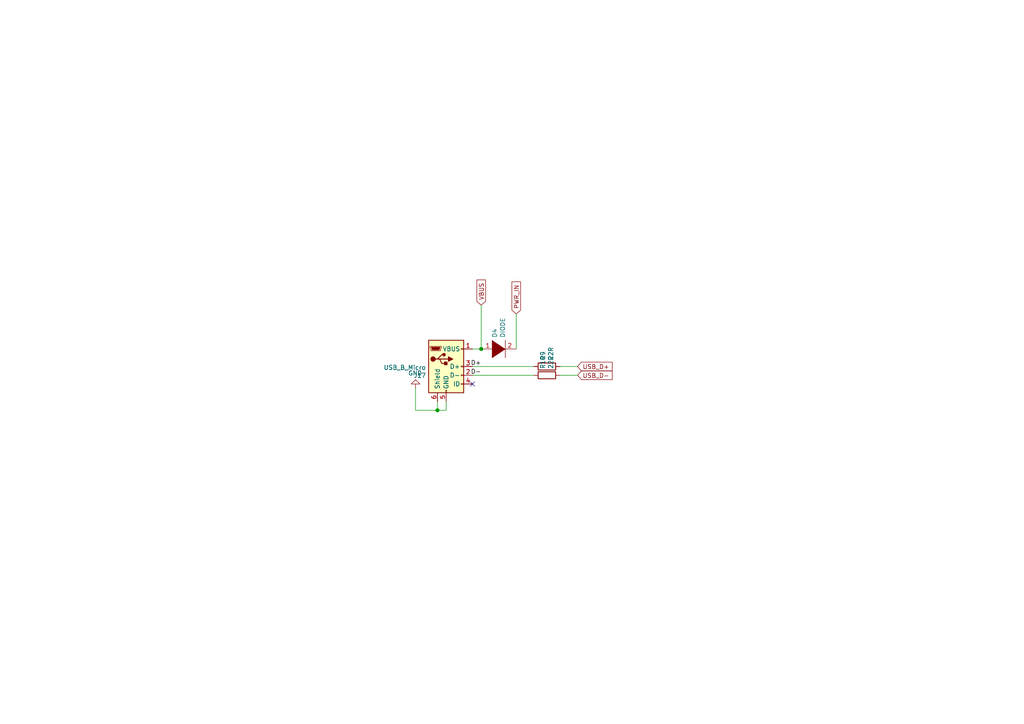
<source format=kicad_sch>
(kicad_sch (version 20200828) (generator eeschema)

  (page 8 11)

  (paper "A4")

  (lib_symbols
    (symbol "Connector:USB_B_Micro" (pin_names (offset 1.016)) (in_bom yes) (on_board yes)
      (property "Reference" "J" (id 0) (at -5.08 11.43 0)
        (effects (font (size 1.27 1.27)) (justify left))
      )
      (property "Value" "USB_B_Micro" (id 1) (at -5.08 8.89 0)
        (effects (font (size 1.27 1.27)) (justify left))
      )
      (property "Footprint" "" (id 2) (at 3.81 -1.27 0)
        (effects (font (size 1.27 1.27)) hide)
      )
      (property "Datasheet" "~" (id 3) (at 3.81 -1.27 0)
        (effects (font (size 1.27 1.27)) hide)
      )
      (property "ki_keywords" "connector USB micro" (id 4) (at 0 0 0)
        (effects (font (size 1.27 1.27)) hide)
      )
      (property "ki_description" "USB Micro Type B connector" (id 5) (at 0 0 0)
        (effects (font (size 1.27 1.27)) hide)
      )
      (property "ki_fp_filters" "USB*" (id 6) (at 0 0 0)
        (effects (font (size 1.27 1.27)) hide)
      )
      (symbol "USB_B_Micro_0_1"
        (circle (center -3.81 2.159) (radius 0.635) (stroke (width 0.254)) (fill (type outline)))
        (circle (center -0.635 3.429) (radius 0.381) (stroke (width 0.254)) (fill (type outline)))
        (rectangle (start -5.08 -7.62) (end 5.08 7.62)
          (stroke (width 0.254)) (fill (type background))
        )
        (rectangle (start -0.127 -7.62) (end 0.127 -6.858)
          (stroke (width 0)) (fill (type none))
        )
        (rectangle (start 0.254 1.27) (end -0.508 0.508)
          (stroke (width 0.254)) (fill (type outline))
        )
        (rectangle (start 5.08 -5.207) (end 4.318 -4.953)
          (stroke (width 0)) (fill (type none))
        )
        (rectangle (start 5.08 -2.667) (end 4.318 -2.413)
          (stroke (width 0)) (fill (type none))
        )
        (rectangle (start 5.08 -0.127) (end 4.318 0.127)
          (stroke (width 0)) (fill (type none))
        )
        (rectangle (start 5.08 4.953) (end 4.318 5.207)
          (stroke (width 0)) (fill (type none))
        )
        (polyline
          (pts
            (xy -1.905 2.159)
            (xy 0.635 2.159)
          )
          (stroke (width 0.254)) (fill (type none))
        )
        (polyline
          (pts
            (xy -3.175 2.159)
            (xy -2.54 2.159)
            (xy -1.27 3.429)
            (xy -0.635 3.429)
          )
          (stroke (width 0.254)) (fill (type none))
        )
        (polyline
          (pts
            (xy -2.54 2.159)
            (xy -1.905 2.159)
            (xy -1.27 0.889)
            (xy 0 0.889)
          )
          (stroke (width 0.254)) (fill (type none))
        )
        (polyline
          (pts
            (xy 0.635 2.794)
            (xy 0.635 1.524)
            (xy 1.905 2.159)
            (xy 0.635 2.794)
          )
          (stroke (width 0.254)) (fill (type outline))
        )
        (polyline
          (pts
            (xy -4.318 5.588)
            (xy -1.778 5.588)
            (xy -2.032 4.826)
            (xy -4.064 4.826)
            (xy -4.318 5.588)
          )
          (stroke (width 0)) (fill (type outline))
        )
        (polyline
          (pts
            (xy -4.699 5.842)
            (xy -4.699 5.588)
            (xy -4.445 4.826)
            (xy -4.445 4.572)
            (xy -1.651 4.572)
            (xy -1.651 4.826)
            (xy -1.397 5.588)
            (xy -1.397 5.842)
            (xy -4.699 5.842)
          )
          (stroke (width 0)) (fill (type none))
        )
      )
      (symbol "USB_B_Micro_1_1"
        (pin power_out line (at 7.62 5.08 180) (length 2.54)
          (name "VBUS" (effects (font (size 1.27 1.27))))
          (number "1" (effects (font (size 1.27 1.27))))
        )
        (pin passive line (at 7.62 -2.54 180) (length 2.54)
          (name "D-" (effects (font (size 1.27 1.27))))
          (number "2" (effects (font (size 1.27 1.27))))
        )
        (pin passive line (at 7.62 0 180) (length 2.54)
          (name "D+" (effects (font (size 1.27 1.27))))
          (number "3" (effects (font (size 1.27 1.27))))
        )
        (pin passive line (at 7.62 -5.08 180) (length 2.54)
          (name "ID" (effects (font (size 1.27 1.27))))
          (number "4" (effects (font (size 1.27 1.27))))
        )
        (pin power_out line (at 0 -10.16 90) (length 2.54)
          (name "GND" (effects (font (size 1.27 1.27))))
          (number "5" (effects (font (size 1.27 1.27))))
        )
        (pin passive line (at -2.54 -10.16 90) (length 2.54)
          (name "Shield" (effects (font (size 1.27 1.27))))
          (number "6" (effects (font (size 1.27 1.27))))
        )
      )
    )
    (symbol "Device:R" (pin_numbers hide) (pin_names (offset 0)) (in_bom yes) (on_board yes)
      (property "Reference" "R" (id 0) (at 2.032 0 90)
        (effects (font (size 1.27 1.27)))
      )
      (property "Value" "R" (id 1) (at 0 0 90)
        (effects (font (size 1.27 1.27)))
      )
      (property "Footprint" "" (id 2) (at -1.778 0 90)
        (effects (font (size 1.27 1.27)) hide)
      )
      (property "Datasheet" "~" (id 3) (at 0 0 0)
        (effects (font (size 1.27 1.27)) hide)
      )
      (property "ki_keywords" "R res resistor" (id 4) (at 0 0 0)
        (effects (font (size 1.27 1.27)) hide)
      )
      (property "ki_description" "Resistor" (id 5) (at 0 0 0)
        (effects (font (size 1.27 1.27)) hide)
      )
      (property "ki_fp_filters" "R_*" (id 6) (at 0 0 0)
        (effects (font (size 1.27 1.27)) hide)
      )
      (symbol "R_0_1"
        (rectangle (start -1.016 -2.54) (end 1.016 2.54)
          (stroke (width 0.254)) (fill (type none))
        )
      )
      (symbol "R_1_1"
        (pin passive line (at 0 3.81 270) (length 1.27)
          (name "~" (effects (font (size 1.27 1.27))))
          (number "1" (effects (font (size 1.27 1.27))))
        )
        (pin passive line (at 0 -3.81 90) (length 1.27)
          (name "~" (effects (font (size 1.27 1.27))))
          (number "2" (effects (font (size 1.27 1.27))))
        )
      )
    )
    (symbol "power:GND" (power) (pin_names (offset 0)) (in_bom yes) (on_board yes)
      (property "Reference" "#PWR" (id 0) (at 0 -6.35 0)
        (effects (font (size 1.27 1.27)) hide)
      )
      (property "Value" "GND" (id 1) (at 0 -3.81 0)
        (effects (font (size 1.27 1.27)))
      )
      (property "Footprint" "" (id 2) (at 0 0 0)
        (effects (font (size 1.27 1.27)) hide)
      )
      (property "Datasheet" "" (id 3) (at 0 0 0)
        (effects (font (size 1.27 1.27)) hide)
      )
      (property "ki_keywords" "power-flag" (id 4) (at 0 0 0)
        (effects (font (size 1.27 1.27)) hide)
      )
      (property "ki_description" "Power symbol creates a global label with name \"GND\" , ground" (id 5) (at 0 0 0)
        (effects (font (size 1.27 1.27)) hide)
      )
      (symbol "GND_0_1"
        (polyline
          (pts
            (xy 0 0)
            (xy 0 -1.27)
            (xy 1.27 -1.27)
            (xy 0 -2.54)
            (xy -1.27 -1.27)
            (xy 0 -1.27)
          )
          (stroke (width 0)) (fill (type none))
        )
      )
      (symbol "GND_1_1"
        (pin power_in line (at 0 0 270) (length 0) hide
          (name "GND" (effects (font (size 1.27 1.27))))
          (number "1" (effects (font (size 1.27 1.27))))
        )
      )
    )
    (symbol "pspice:DIODE" (pin_names (offset 1.016) hide) (in_bom yes) (on_board yes)
      (property "Reference" "D" (id 0) (at 0 3.81 0)
        (effects (font (size 1.27 1.27)))
      )
      (property "Value" "DIODE" (id 1) (at 0 -4.445 0)
        (effects (font (size 1.27 1.27)))
      )
      (property "Footprint" "" (id 2) (at 0 0 0)
        (effects (font (size 1.27 1.27)) hide)
      )
      (property "Datasheet" "~" (id 3) (at 0 0 0)
        (effects (font (size 1.27 1.27)) hide)
      )
      (property "ki_keywords" "simulation" (id 4) (at 0 0 0)
        (effects (font (size 1.27 1.27)) hide)
      )
      (property "ki_description" "Diode symbol for simulation only. Pin order incompatible with official kicad footprints" (id 5) (at 0 0 0)
        (effects (font (size 1.27 1.27)) hide)
      )
      (symbol "DIODE_0_1"
        (polyline
          (pts
            (xy 1.905 2.54)
            (xy 1.905 -2.54)
          )
          (stroke (width 0)) (fill (type none))
        )
        (polyline
          (pts
            (xy -1.905 2.54)
            (xy -1.905 -2.54)
            (xy 1.905 0)
          )
          (stroke (width 0)) (fill (type outline))
        )
      )
      (symbol "DIODE_1_1"
        (pin input line (at -5.08 0 0) (length 3.81)
          (name "K" (effects (font (size 1.27 1.27))))
          (number "1" (effects (font (size 1.27 1.27))))
        )
        (pin input line (at 5.08 0 180) (length 3.81)
          (name "A" (effects (font (size 1.27 1.27))))
          (number "2" (effects (font (size 1.27 1.27))))
        )
      )
    )
  )

  (junction (at 126.873 118.999) (diameter 1.016) (color 0 0 0 0))
  (junction (at 139.573 101.219) (diameter 1.016) (color 0 0 0 0))

  (no_connect (at 137.033 111.379))

  (wire (pts (xy 120.523 118.999) (xy 120.523 112.649))
    (stroke (width 0) (type solid) (color 0 0 0 0))
  )
  (wire (pts (xy 126.873 116.459) (xy 126.873 118.999))
    (stroke (width 0) (type solid) (color 0 0 0 0))
  )
  (wire (pts (xy 126.873 118.999) (xy 120.523 118.999))
    (stroke (width 0) (type solid) (color 0 0 0 0))
  )
  (wire (pts (xy 129.413 116.459) (xy 129.413 118.999))
    (stroke (width 0) (type solid) (color 0 0 0 0))
  )
  (wire (pts (xy 129.413 118.999) (xy 126.873 118.999))
    (stroke (width 0) (type solid) (color 0 0 0 0))
  )
  (wire (pts (xy 137.033 101.219) (xy 139.573 101.219))
    (stroke (width 0) (type solid) (color 0 0 0 0))
  )
  (wire (pts (xy 137.033 106.299) (xy 154.813 106.299))
    (stroke (width 0) (type solid) (color 0 0 0 0))
  )
  (wire (pts (xy 137.033 108.839) (xy 154.813 108.839))
    (stroke (width 0) (type solid) (color 0 0 0 0))
  )
  (wire (pts (xy 139.573 88.519) (xy 139.573 101.219))
    (stroke (width 0) (type solid) (color 0 0 0 0))
  )
  (wire (pts (xy 149.733 91.059) (xy 149.733 101.219))
    (stroke (width 0) (type solid) (color 0 0 0 0))
  )
  (wire (pts (xy 162.433 106.299) (xy 167.513 106.299))
    (stroke (width 0) (type solid) (color 0 0 0 0))
  )
  (wire (pts (xy 162.433 108.839) (xy 167.513 108.839))
    (stroke (width 0) (type solid) (color 0 0 0 0))
  )

  (label "D+" (at 139.573 106.299 180)
    (effects (font (size 1.27 1.27)) (justify right bottom))
  )
  (label "D-" (at 139.573 108.839 180)
    (effects (font (size 1.27 1.27)) (justify right bottom))
  )

  (global_label "VBUS" (shape input) (at 139.573 88.519 90)
    (effects (font (size 1.27 1.27)) (justify left))
  )
  (global_label "PWR_IN" (shape input) (at 149.733 91.059 90)
    (effects (font (size 1.27 1.27)) (justify left))
  )
  (global_label "USB_D+" (shape input) (at 167.513 106.299 0)
    (effects (font (size 1.27 1.27)) (justify left))
  )
  (global_label "USB_D-" (shape input) (at 167.513 108.839 0)
    (effects (font (size 1.27 1.27)) (justify left))
  )

  (symbol (lib_id "power:GND") (at 120.523 112.649 180) (unit 1)
    (in_bom yes) (on_board yes)
    (uuid "e66f9261-5a35-4be6-b20e-a5c2a32aced7")
    (property "Reference" "#PWR0170" (id 0) (at 120.523 106.299 0)
      (effects (font (size 1.27 1.27)) hide)
    )
    (property "Value" "GND" (id 1) (at 120.396 108.2548 0))
    (property "Footprint" "" (id 2) (at 120.523 112.649 0)
      (effects (font (size 1.27 1.27)) hide)
    )
    (property "Datasheet" "" (id 3) (at 120.523 112.649 0)
      (effects (font (size 1.27 1.27)) hide)
    )
  )

  (symbol (lib_id "Device:R") (at 158.623 106.299 90) (unit 1)
    (in_bom yes) (on_board yes)
    (uuid "9c1f2a8b-0d6f-4927-8ece-a253de34590c")
    (property "Reference" "R9" (id 0) (at 157.4546 104.521 0)
      (effects (font (size 1.27 1.27)) (justify left))
    )
    (property "Value" "22R" (id 1) (at 159.766 104.521 0)
      (effects (font (size 1.27 1.27)) (justify left))
    )
    (property "Footprint" "Resistor_SMD:R_0603_1608Metric_Pad1.05x0.95mm_HandSolder" (id 2) (at 158.623 108.077 90)
      (effects (font (size 1.27 1.27)) hide)
    )
    (property "Datasheet" "~" (id 3) (at 158.623 106.299 0)
      (effects (font (size 1.27 1.27)) hide)
    )
  )

  (symbol (lib_id "Device:R") (at 158.623 108.839 90) (unit 1)
    (in_bom yes) (on_board yes)
    (uuid "7206c356-438c-4bcf-8cb1-f4e6e79f25dc")
    (property "Reference" "R10" (id 0) (at 157.4546 107.061 0)
      (effects (font (size 1.27 1.27)) (justify left))
    )
    (property "Value" "22R" (id 1) (at 159.766 107.061 0)
      (effects (font (size 1.27 1.27)) (justify left))
    )
    (property "Footprint" "Resistor_SMD:R_0603_1608Metric_Pad1.05x0.95mm_HandSolder" (id 2) (at 158.623 110.617 90)
      (effects (font (size 1.27 1.27)) hide)
    )
    (property "Datasheet" "~" (id 3) (at 158.623 108.839 0)
      (effects (font (size 1.27 1.27)) hide)
    )
  )

  (symbol (lib_id "pspice:DIODE") (at 144.653 101.219 0) (unit 1)
    (in_bom yes) (on_board yes)
    (uuid "b5681500-d1fe-46b1-8e05-b143e564df82")
    (property "Reference" "D4" (id 0) (at 143.4846 97.9678 90)
      (effects (font (size 1.27 1.27)) (justify left))
    )
    (property "Value" "DIODE" (id 1) (at 145.796 97.9678 90)
      (effects (font (size 1.27 1.27)) (justify left))
    )
    (property "Footprint" "Diode_SMD:D_1206_3216Metric" (id 2) (at 144.653 101.219 0)
      (effects (font (size 1.27 1.27)) hide)
    )
    (property "Datasheet" "~" (id 3) (at 144.653 101.219 0)
      (effects (font (size 1.27 1.27)) hide)
    )
  )

  (symbol (lib_id "Connector:USB_B_Micro") (at 129.413 106.299 0) (unit 1)
    (in_bom yes) (on_board yes)
    (uuid "6e11f570-91e6-47b1-a49c-8b3d1655ac1a")
    (property "Reference" "J17" (id 0) (at 123.571 108.9152 0)
      (effects (font (size 1.27 1.27)) (justify right))
    )
    (property "Value" "USB_B_Micro" (id 1) (at 123.571 106.6038 0)
      (effects (font (size 1.27 1.27)) (justify right))
    )
    (property "Footprint" "Connector_USB:USB_Micro-B_Molex-105017-0001" (id 2) (at 133.223 107.569 0)
      (effects (font (size 1.27 1.27)) hide)
    )
    (property "Datasheet" "~" (id 3) (at 133.223 107.569 0)
      (effects (font (size 1.27 1.27)) hide)
    )
  )
)

</source>
